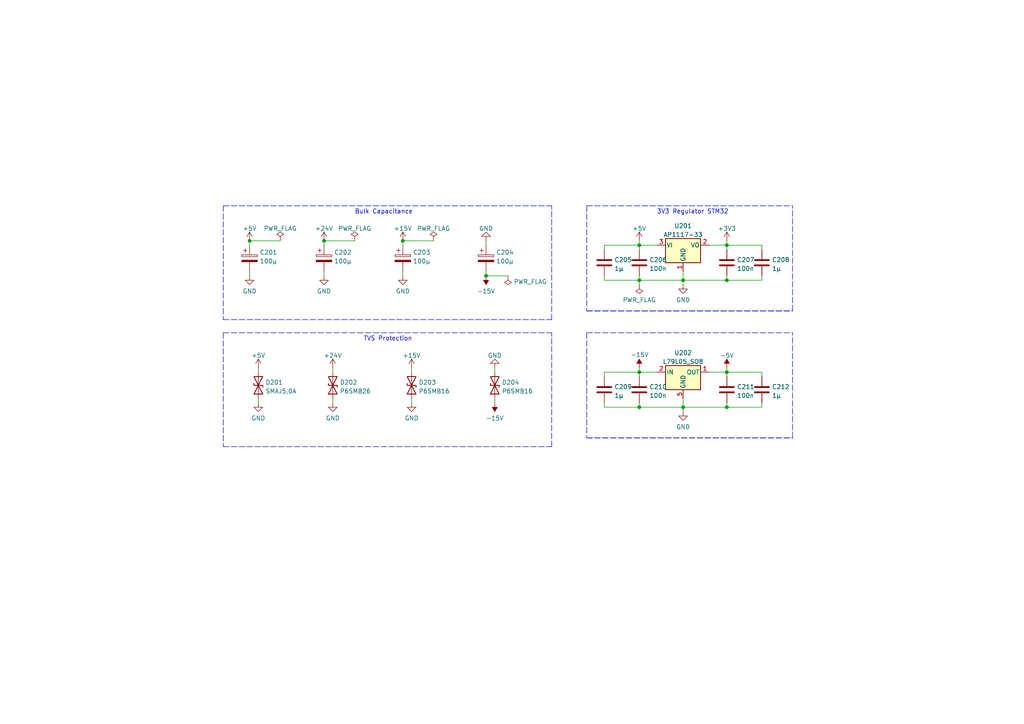
<source format=kicad_sch>
(kicad_sch (version 20211123) (generator eeschema)
  (paper "A4")
  (lib_symbols
    (symbol "Device:C" (pin_numbers hide) (pin_names (offset 0.254))
      (property "Reference" "C" (at 0.635 2.54 0))
      (property "Value" "C" (at 0.635 -2.54 0))
      (symbol "C_0_1"
        (polyline (pts (xy -2.032 -0.762) (xy 2.032 -0.762)) (stroke (width 0.508)))
        (polyline (pts (xy -2.032 0.762) (xy 2.032 0.762)) (stroke (width 0.508)))
      )
      (symbol "C_1_1"
        (pin passive line (at 0 3.81 270) (length 2.794) (name "~") (number "1"))
        (pin passive line (at 0 -3.81 90) (length 2.794) (name "~") (number "2"))
      )
    )
    (symbol "Device:C_Polarized" (pin_numbers hide) (pin_names (offset 0.254))
      (property "Reference" "C" (at 0.635 2.54 0))
      (property "Value" "C_Polarized" (at 0.635 -2.54 0))
      (symbol "C_Polarized_0_1"
        (rectangle (start -2.286 0.508) (end 2.286 1.016))
        (polyline (pts (xy -1.778 2.286) (xy -0.762 2.286)))
        (polyline (pts (xy -1.27 2.794) (xy -1.27 1.778)))
        (rectangle (start 2.286 -0.508) (end -2.286 -1.016) (fill (type outline)))
      )
      (symbol "C_Polarized_1_1"
        (pin passive line (at 0 3.81 270) (length 2.794) (name "~") (number "1"))
        (pin passive line (at 0 -3.81 90) (length 2.794) (name "~") (number "2"))
      )
    )
    (symbol "Device:D_TVS" (pin_numbers hide) (pin_names (offset 1.016) hide)
      (property "Reference" "D" (at 0 2.54 0))
      (property "Value" "D_TVS" (at 0 -2.54 0))
      (symbol "D_TVS_0_1"
        (polyline (pts (xy 1.27 0) (xy -1.27 0)))
        (polyline (pts (xy 0.508 1.27) (xy 0 1.27) (xy 0 -1.27) (xy -0.508 -1.27)) (stroke (width 0.254)))
        (polyline (pts (xy -2.54 1.27) (xy -2.54 -1.27) (xy 2.54 1.27) (xy 2.54 -1.27) (xy -2.54 1.27)) (stroke (width 0.254)))
      )
      (symbol "D_TVS_1_1"
        (pin passive line (at -3.81 0 0) (length 2.54) (name "A1") (number "1"))
        (pin passive line (at 3.81 0 180) (length 2.54) (name "A2") (number "2"))
      )
    )
    (symbol "Regulator_Linear:AP1117-33" (pin_names (offset 0.254))
      (property "Reference" "U" (at -3.81 3.175 0))
      (property "Value" "AP1117-33" (at 0 3.175 0))
      (symbol "AP1117-33_0_1"
        (rectangle (start -5.08 -5.08) (end 5.08 1.905) (stroke (width 0.254)) (fill (type background)))
      )
      (symbol "AP1117-33_1_1"
        (pin power_in line (at 0 -7.62 90) (length 2.54) (name "GND") (number "1"))
        (pin power_out line (at 7.62 0 180) (length 2.54) (name "VO") (number "2"))
        (pin power_in line (at -7.62 0 0) (length 2.54) (name "VI") (number "3"))
      )
    )
    (symbol "Regulator_Linear:L79L05_SO8" (pin_names (offset 0.254))
      (property "Reference" "U" (at -3.81 -3.175 0))
      (property "Value" "L79L05_SO8" (at 0 -3.175 0))
      (symbol "L79L05_SO8_0_1"
        (rectangle (start -5.08 5.08) (end 5.08 -1.905) (stroke (width 0.254)) (fill (type background)))
      )
      (symbol "L79L05_SO8_1_1"
        (pin power_out line (at 7.62 0 180) (length 2.54) (name "OUT") (number "1"))
        (pin power_in line (at -7.62 0 0) (length 2.54) (name "IN") (number "2"))
        (pin passive line (at -7.62 0 0) (length 2.54) hide (name "IN") (number "3"))
        (pin no_connect line (at 7.62 2.54 180) (length 2.54) hide (name "NC") (number "4"))
        (pin power_in line (at 0 7.62 270) (length 2.54) (name "GND") (number "5"))
        (pin passive line (at -7.62 0 0) (length 2.54) hide (name "IN") (number "6"))
        (pin passive line (at -7.62 0 0) (length 2.54) hide (name "IN") (number "7"))
        (pin no_connect line (at -7.62 2.54 0) (length 2.54) hide (name "NC") (number "8"))
      )
    )
    (symbol "power:+15V" (power) (pin_names (offset 0))
      (property "Value" "+15V" (at 0 3.556 0))
      (symbol "+15V_0_1"
        (polyline (pts (xy -0.762 1.27) (xy 0 2.54)))
        (polyline (pts (xy 0 0) (xy 0 2.54)))
        (polyline (pts (xy 0 2.54) (xy 0.762 1.27)))
      )
      (symbol "+15V_1_1"
        (pin power_in line (at 0 0 90) (length 0) hide (name "+15V") (number "1"))
      )
    )
    (symbol "power:+24V" (power) (pin_names (offset 0))
      (property "Value" "+24V" (at 0 3.556 0))
      (symbol "+24V_0_1"
        (polyline (pts (xy -0.762 1.27) (xy 0 2.54)))
        (polyline (pts (xy 0 0) (xy 0 2.54)))
        (polyline (pts (xy 0 2.54) (xy 0.762 1.27)))
      )
      (symbol "+24V_1_1"
        (pin power_in line (at 0 0 90) (length 0) hide (name "+24V") (number "1"))
      )
    )
    (symbol "power:+3V3" (power) (pin_names (offset 0))
      (property "Value" "+3V3" (at 0 3.556 0))
      (symbol "+3V3_0_1"
        (polyline (pts (xy -0.762 1.27) (xy 0 2.54)))
        (polyline (pts (xy 0 0) (xy 0 2.54)))
        (polyline (pts (xy 0 2.54) (xy 0.762 1.27)))
      )
      (symbol "+3V3_1_1"
        (pin power_in line (at 0 0 90) (length 0) hide (name "+3V3") (number "1"))
      )
    )
    (symbol "power:+5V" (power) (pin_names (offset 0))
      (property "Value" "+5V" (at 0 3.556 0))
      (symbol "+5V_0_1"
        (polyline (pts (xy -0.762 1.27) (xy 0 2.54)))
        (polyline (pts (xy 0 0) (xy 0 2.54)))
        (polyline (pts (xy 0 2.54) (xy 0.762 1.27)))
      )
      (symbol "+5V_1_1"
        (pin power_in line (at 0 0 90) (length 0) hide (name "+5V") (number "1"))
      )
    )
    (symbol "power:-15V" (power) (pin_names (offset 0))
      (property "Value" "-15V" (at 0 3.81 0))
      (symbol "-15V_0_0"
        (pin power_in line (at 0 0 90) (length 0) hide (name "-15V") (number "1"))
      )
      (symbol "-15V_0_1"
        (polyline (pts (xy 0 0) (xy 0 1.27) (xy 0.762 1.27) (xy 0 2.54) (xy -0.762 1.27) (xy 0 1.27)) (fill (type outline)))
      )
    )
    (symbol "power:-5V" (power) (pin_names (offset 0))
      (property "Value" "-5V" (at 0 3.81 0))
      (symbol "-5V_0_0"
        (pin power_in line (at 0 0 90) (length 0) hide (name "-5V") (number "1"))
      )
      (symbol "-5V_0_1"
        (polyline (pts (xy 0 0) (xy 0 1.27) (xy 0.762 1.27) (xy 0 2.54) (xy -0.762 1.27) (xy 0 1.27)) (fill (type outline)))
      )
    )
    (symbol "power:GND" (power) (pin_names (offset 0))
      (property "Value" "GND" (at 0 -3.81 0))
      (symbol "GND_0_1"
        (polyline (pts (xy 0 0) (xy 0 -1.27) (xy 1.27 -1.27) (xy 0 -2.54) (xy -1.27 -1.27) (xy 0 -1.27)))
      )
      (symbol "GND_1_1"
        (pin power_in line (at 0 0 270) (length 0) hide (name "GND") (number "1"))
      )
    )
    (symbol "power:PWR_FLAG" (power) (pin_numbers hide) (pin_names (offset 0) hide)
      (property "Value" "PWR_FLAG" (at 0 3.81 0))
      (symbol "PWR_FLAG_0_0"
        (pin power_out line (at 0 0 90) (length 0) (name "pwr") (number "1"))
      )
      (symbol "PWR_FLAG_0_1"
        (polyline (pts (xy 0 0) (xy 0 1.27) (xy -1.016 1.905) (xy 0 2.54) (xy 1.016 1.905) (xy 0 1.27)))
      )
    )
  )
  (junction (at 116.84 69.85))
  (junction (at 72.39 69.85))
  (junction (at 140.97 80.01))
  (junction (at 198.12 81.28))
  (junction (at 210.82 71.12))
  (junction (at 185.42 107.95))
  (junction (at 185.42 71.12))
  (junction (at 210.82 81.28))
  (junction (at 185.42 81.28))
  (junction (at 210.82 118.11))
  (junction (at 198.12 118.11))
  (junction (at 210.82 107.95))
  (junction (at 185.42 118.11))
  (junction (at 93.98 69.85))
  (wire (pts (xy 116.84 69.85) (xy 125.73 69.85)))
  (wire (pts (xy 185.42 106.68) (xy 185.42 107.95)))
  (wire (pts (xy 220.98 118.11) (xy 220.98 116.84)))
  (wire (pts (xy 185.42 81.28) (xy 198.12 81.28)))
  (polyline (pts (xy 170.18 90.17) (xy 229.87 90.17)))
  (wire (pts (xy 220.98 72.39) (xy 220.98 71.12)))
  (wire (pts (xy 220.98 71.12) (xy 210.82 71.12)))
  (wire (pts (xy 119.38 106.68) (xy 119.38 107.95)))
  (wire (pts (xy 210.82 118.11) (xy 220.98 118.11)))
  (wire (pts (xy 96.52 115.57) (xy 96.52 116.84)))
  (wire (pts (xy 210.82 81.28) (xy 220.98 81.28)))
  (wire (pts (xy 220.98 109.22) (xy 220.98 107.95)))
  (wire (pts (xy 93.98 69.85) (xy 102.87 69.85)))
  (wire (pts (xy 175.26 71.12) (xy 175.26 72.39)))
  (wire (pts (xy 185.42 107.95) (xy 175.26 107.95)))
  (wire (pts (xy 72.39 78.74) (xy 72.39 80.01)))
  (wire (pts (xy 185.42 80.01) (xy 185.42 81.28)))
  (polyline (pts (xy 170.18 127) (xy 229.87 127)))
  (wire (pts (xy 74.93 106.68) (xy 74.93 107.95)))
  (polyline (pts (xy 170.18 59.69) (xy 229.87 59.69)))
  (polyline (pts (xy 229.87 127) (xy 229.87 96.52)))
  (wire (pts (xy 190.5 71.12) (xy 185.42 71.12)))
  (wire (pts (xy 220.98 81.28) (xy 220.98 80.01)))
  (polyline (pts (xy 170.18 127) (xy 229.87 127)))
  (wire (pts (xy 185.42 71.12) (xy 185.42 72.39)))
  (polyline (pts (xy 64.77 59.69) (xy 160.02 59.69)))
  (wire (pts (xy 175.26 116.84) (xy 175.26 118.11)))
  (polyline (pts (xy 64.77 129.54) (xy 160.02 129.54)))
  (wire (pts (xy 205.74 71.12) (xy 210.82 71.12)))
  (wire (pts (xy 175.26 118.11) (xy 185.42 118.11)))
  (wire (pts (xy 93.98 78.74) (xy 93.98 80.01)))
  (polyline (pts (xy 229.87 90.17) (xy 229.87 59.69)))
  (polyline (pts (xy 64.77 92.71) (xy 160.02 92.71)))
  (wire (pts (xy 140.97 69.85) (xy 140.97 71.12)))
  (wire (pts (xy 185.42 69.85) (xy 185.42 71.12)))
  (wire (pts (xy 220.98 107.95) (xy 210.82 107.95)))
  (wire (pts (xy 185.42 118.11) (xy 198.12 118.11)))
  (wire (pts (xy 205.74 107.95) (xy 210.82 107.95)))
  (polyline (pts (xy 160.02 92.71) (xy 160.02 59.69)))
  (wire (pts (xy 198.12 78.74) (xy 198.12 81.28)))
  (polyline (pts (xy 170.18 59.69) (xy 170.18 90.17)))
  (wire (pts (xy 198.12 81.28) (xy 210.82 81.28)))
  (polyline (pts (xy 64.77 59.69) (xy 64.77 92.71)))
  (wire (pts (xy 198.12 81.28) (xy 198.12 82.55)))
  (polyline (pts (xy 64.77 96.52) (xy 160.02 96.52)))
  (wire (pts (xy 140.97 80.01) (xy 147.32 80.01)))
  (wire (pts (xy 175.26 107.95) (xy 175.26 109.22)))
  (wire (pts (xy 116.84 69.85) (xy 116.84 71.12)))
  (wire (pts (xy 210.82 71.12) (xy 210.82 72.39)))
  (wire (pts (xy 210.82 107.95) (xy 210.82 109.22)))
  (wire (pts (xy 198.12 118.11) (xy 210.82 118.11)))
  (wire (pts (xy 119.38 115.57) (xy 119.38 116.84)))
  (wire (pts (xy 185.42 116.84) (xy 185.42 118.11)))
  (wire (pts (xy 198.12 115.57) (xy 198.12 118.11)))
  (wire (pts (xy 72.39 69.85) (xy 72.39 71.12)))
  (wire (pts (xy 210.82 71.12) (xy 210.82 69.85)))
  (polyline (pts (xy 170.18 96.52) (xy 229.87 96.52)))
  (wire (pts (xy 175.26 80.01) (xy 175.26 81.28)))
  (wire (pts (xy 198.12 118.11) (xy 198.12 119.38)))
  (wire (pts (xy 185.42 71.12) (xy 175.26 71.12)))
  (wire (pts (xy 190.5 107.95) (xy 185.42 107.95)))
  (wire (pts (xy 185.42 81.28) (xy 185.42 82.55)))
  (wire (pts (xy 96.52 106.68) (xy 96.52 107.95)))
  (wire (pts (xy 143.51 106.68) (xy 143.51 107.95)))
  (wire (pts (xy 210.82 107.95) (xy 210.82 106.68)))
  (polyline (pts (xy 170.18 96.52) (xy 170.18 127)))
  (polyline (pts (xy 160.02 129.54) (xy 160.02 96.52)))
  (wire (pts (xy 72.39 69.85) (xy 81.28 69.85)))
  (wire (pts (xy 210.82 80.01) (xy 210.82 81.28)))
  (wire (pts (xy 140.97 78.74) (xy 140.97 80.01)))
  (wire (pts (xy 185.42 107.95) (xy 185.42 109.22)))
  (wire (pts (xy 93.98 69.85) (xy 93.98 71.12)))
  (wire (pts (xy 116.84 78.74) (xy 116.84 80.01)))
  (polyline (pts (xy 64.77 96.52) (xy 64.77 129.54)))
  (wire (pts (xy 210.82 116.84) (xy 210.82 118.11)))
  (wire (pts (xy 143.51 115.57) (xy 143.51 116.84)))
  (wire (pts (xy 74.93 115.57) (xy 74.93 116.84)))
  (wire (pts (xy 175.26 81.28) (xy 185.42 81.28)))
  (polyline (pts (xy 170.18 90.17) (xy 229.87 90.17)))
  (text "TVS Protection\n" (at 105.41 99.06 0) (effects (font (size 1.27 1.27)) (justify left bottom)))
  (text "Bulk Capacitance" (at 102.87 62.23 0) (effects (font (size 1.27 1.27)) (justify left bottom)))
  (text "3V3 Regulator STM32" (at 190.5 62.23 0) (effects (font (size 1.27 1.27)) (justify left bottom)))
  (symbol (lib_id "power:+15V") (at 119.38 106.68 0) (unit 1)
    (property "Reference" "#PWR0214" (effects hide))
    (property "Value" "+15V" (at 119.38 103.1042 0))
  )
  (symbol (lib_id "power:GND") (at 72.39 80.01 0) (unit 1)
    (property "Reference" "#PWR0207" (effects hide))
    (property "Value" "GND" (at 72.39 84.4534 0))
  )
  (symbol (lib_id "Device:D_TVS") (at 96.52 111.76 90) (unit 1)
    (property "Reference" "D202" (at 98.552 110.9253 90) (effects (justify right)))
    (property "Value" "P6SMB26" (at 98.552 113.4622 90) (effects (justify right)))
    (property "Footprint" "Diode_SMD:D_SMA" (effects hide))
  )
  (symbol (lib_id "power:GND") (at 140.97 69.85 180) (unit 1)
    (property "Reference" "#PWR0204" (effects hide))
    (property "Value" "GND" (at 140.97 66.2742 0))
  )
  (symbol (lib_id "power:PWR_FLAG") (at 102.87 69.85 0) (unit 1)
    (property "Reference" "#FLG0202" (effects hide))
    (property "Value" "PWR_FLAG" (at 102.87 66.2742 0))
  )
  (symbol (lib_id "power:PWR_FLAG") (at 147.32 80.01 180) (unit 1)
    (property "Reference" "#FLG0204" (effects hide))
    (property "Value" "PWR_FLAG" (at 148.971 81.7138 0) (effects (justify right)))
  )
  (symbol (lib_id "power:GND") (at 198.12 119.38 0) (unit 1)
    (property "Reference" "#PWR0222" (effects hide))
    (property "Value" "GND" (at 198.12 123.8234 0))
  )
  (symbol (lib_id "power:+5V") (at 74.93 106.68 0) (unit 1)
    (property "Reference" "#PWR0212" (effects hide))
    (property "Value" "+5V" (at 74.93 103.1042 0))
  )
  (symbol (lib_id "Device:C") (at 220.98 113.03 0) (unit 1)
    (property "Reference" "C212" (at 223.901 112.1953 0) (effects (justify left)))
    (property "Value" "1µ" (at 223.901 114.7322 0) (effects (justify left)))
    (property "Footprint" "Capacitor_SMD:C_0805_2012Metric" (effects hide))
  )
  (symbol (lib_id "power:GND") (at 96.52 116.84 0) (unit 1)
    (property "Reference" "#PWR0219" (effects hide))
    (property "Value" "GND" (at 96.52 121.2834 0))
  )
  (symbol (lib_id "Device:D_TVS") (at 119.38 111.76 90) (unit 1)
    (property "Reference" "D203" (at 121.412 110.9253 90) (effects (justify right)))
    (property "Value" "P6SMB16" (at 121.412 113.4622 90) (effects (justify right)))
    (property "Footprint" "Diode_SMD:D_SMA" (effects hide))
  )
  (symbol (lib_id "power:GND") (at 116.84 80.01 0) (unit 1)
    (property "Reference" "#PWR0209" (effects hide))
    (property "Value" "GND" (at 116.84 84.4534 0))
  )
  (symbol (lib_id "power:-15V") (at 143.51 116.84 180) (unit 1)
    (property "Reference" "#PWR0221" (effects hide))
    (property "Value" "-15V" (at 143.51 121.2834 0))
  )
  (symbol (lib_id "Device:C") (at 210.82 113.03 0) (unit 1)
    (property "Reference" "C211" (at 213.741 112.1953 0) (effects (justify left)))
    (property "Value" "100n" (at 213.741 114.7322 0) (effects (justify left)))
    (property "Footprint" "Capacitor_SMD:C_0805_2012Metric" (effects hide))
  )
  (symbol (lib_id "Device:C") (at 185.42 113.03 0) (unit 1)
    (property "Reference" "C210" (at 188.341 112.1953 0) (effects (justify left)))
    (property "Value" "100n" (at 188.341 114.7322 0) (effects (justify left)))
    (property "Footprint" "Capacitor_SMD:C_0805_2012Metric" (effects hide))
  )
  (symbol (lib_id "power:GND") (at 198.12 82.55 0) (unit 1)
    (property "Reference" "#PWR0211" (effects hide))
    (property "Value" "GND" (at 198.12 86.9934 0))
  )
  (symbol (lib_id "power:PWR_FLAG") (at 81.28 69.85 0) (unit 1)
    (property "Reference" "#FLG0201" (effects hide))
    (property "Value" "PWR_FLAG" (at 81.28 66.2742 0))
  )
  (symbol (lib_id "Regulator_Linear:AP1117-33") (at 198.12 71.12 0) (unit 1)
    (property "Reference" "U201" (at 198.12 65.5152 0))
    (property "Value" "AP1117-33" (at 198.12 68.0521 0))
    (property "Footprint" "Package_TO_SOT_SMD:SOT-223-3_TabPin2" (effects hide))
    (property "Datasheet" "http://www.diodes.com/datasheets/AP1117.pdf" (effects hide))
  )
  (symbol (lib_id "power:+5V") (at 185.42 69.85 0) (unit 1)
    (property "Reference" "#PWR0205" (effects hide))
    (property "Value" "+5V" (at 185.42 66.2742 0))
  )
  (symbol (lib_id "Device:C_Polarized") (at 72.39 74.93 0) (unit 1)
    (property "Reference" "C201" (at 75.311 73.2063 0) (effects (justify left)))
    (property "Value" "100µ" (at 75.311 75.7432 0) (effects (justify left)))
    (property "Footprint" "Capacitor_THT:CP_Radial_D8.0mm_P5.00mm" (effects hide))
  )
  (symbol (lib_id "power:+3V3") (at 210.82 69.85 0) (unit 1)
    (property "Reference" "#PWR0206" (effects hide))
    (property "Value" "+3V3" (at 210.82 66.2742 0))
  )
  (symbol (lib_id "power:GND") (at 143.51 106.68 180) (unit 1)
    (property "Reference" "#PWR0215" (effects hide))
    (property "Value" "GND" (at 143.51 103.1042 0))
  )
  (symbol (lib_id "power:-15V") (at 185.42 106.68 0) (unit 1)
    (property "Reference" "#PWR0216" (effects hide))
    (property "Value" "-15V" (at 182.88 102.87 0) (effects (justify left)))
  )
  (symbol (lib_id "Device:C") (at 175.26 76.2 0) (unit 1)
    (property "Reference" "C205" (at 178.181 75.3653 0) (effects (justify left)))
    (property "Value" "1µ" (at 178.181 77.9022 0) (effects (justify left)))
    (property "Footprint" "Capacitor_SMD:C_0805_2012Metric" (effects hide))
  )
  (symbol (lib_id "Device:C") (at 210.82 76.2 0) (unit 1)
    (property "Reference" "C207" (at 213.741 75.3653 0) (effects (justify left)))
    (property "Value" "100n" (at 213.741 77.9022 0) (effects (justify left)))
    (property "Footprint" "Capacitor_SMD:C_0805_2012Metric" (effects hide))
  )
  (symbol (lib_id "power:GND") (at 74.93 116.84 0) (unit 1)
    (property "Reference" "#PWR0218" (effects hide))
    (property "Value" "GND" (at 74.93 121.2834 0))
  )
  (symbol (lib_id "power:GND") (at 119.38 116.84 0) (unit 1)
    (property "Reference" "#PWR0220" (effects hide))
    (property "Value" "GND" (at 119.38 121.2834 0))
  )
  (symbol (lib_id "power:+24V") (at 93.98 69.85 0) (unit 1)
    (property "Reference" "#PWR0202" (effects hide))
    (property "Value" "+24V" (at 93.98 66.2742 0))
  )
  (symbol (lib_id "power:-5V") (at 210.82 106.68 0) (unit 1)
    (property "Reference" "#PWR0217" (effects hide))
    (property "Value" "-5V" (at 210.82 103.1042 0))
  )
  (symbol (lib_id "power:+5V") (at 72.39 69.85 0) (unit 1)
    (property "Reference" "#PWR0201" (effects hide))
    (property "Value" "+5V" (at 72.39 66.2742 0))
  )
  (symbol (lib_id "power:PWR_FLAG") (at 125.73 69.85 0) (unit 1)
    (property "Reference" "#FLG0203" (effects hide))
    (property "Value" "PWR_FLAG" (at 125.73 66.2742 0))
  )
  (symbol (lib_id "Device:D_TVS") (at 143.51 111.76 90) (unit 1)
    (property "Reference" "D204" (at 145.542 110.9253 90) (effects (justify right)))
    (property "Value" "P6SMB16" (at 145.542 113.4622 90) (effects (justify right)))
    (property "Footprint" "Diode_SMD:D_SMA" (effects hide))
  )
  (symbol (lib_id "power:GND") (at 93.98 80.01 0) (unit 1)
    (property "Reference" "#PWR0208" (effects hide))
    (property "Value" "GND" (at 93.98 84.4534 0))
  )
  (symbol (lib_id "Device:C") (at 185.42 76.2 0) (unit 1)
    (property "Reference" "C206" (at 188.341 75.3653 0) (effects (justify left)))
    (property "Value" "100n" (at 188.341 77.9022 0) (effects (justify left)))
    (property "Footprint" "Capacitor_SMD:C_0805_2012Metric" (effects hide))
  )
  (symbol (lib_id "Device:C_Polarized") (at 116.84 74.93 0) (unit 1)
    (property "Reference" "C203" (at 119.761 73.2063 0) (effects (justify left)))
    (property "Value" "100µ" (at 119.761 75.7432 0) (effects (justify left)))
    (property "Footprint" "Capacitor_THT:CP_Radial_D8.0mm_P5.00mm" (effects hide))
  )
  (symbol (lib_id "Device:C") (at 175.26 113.03 0) (unit 1)
    (property "Reference" "C209" (at 178.181 112.1953 0) (effects (justify left)))
    (property "Value" "1µ" (at 178.181 114.7322 0) (effects (justify left)))
    (property "Footprint" "Capacitor_SMD:C_0805_2012Metric" (effects hide))
  )
  (symbol (lib_id "power:PWR_FLAG") (at 185.42 82.55 180) (unit 1)
    (property "Reference" "#FLG0205" (effects hide))
    (property "Value" "PWR_FLAG" (at 185.42 86.9934 0))
  )
  (symbol (lib_id "Device:C_Polarized") (at 93.98 74.93 0) (unit 1)
    (property "Reference" "C202" (at 96.901 73.2063 0) (effects (justify left)))
    (property "Value" "100µ" (at 96.901 75.7432 0) (effects (justify left)))
    (property "Footprint" "Capacitor_THT:CP_Radial_D8.0mm_P5.00mm" (effects hide))
  )
  (symbol (lib_id "Device:C") (at 220.98 76.2 0) (unit 1)
    (property "Reference" "C208" (at 223.901 75.3653 0) (effects (justify left)))
    (property "Value" "1µ" (at 223.901 77.9022 0) (effects (justify left)))
    (property "Footprint" "Capacitor_SMD:C_0805_2012Metric" (effects hide))
  )
  (symbol (lib_id "power:+15V") (at 116.84 69.85 0) (unit 1)
    (property "Reference" "#PWR0203" (effects hide))
    (property "Value" "+15V" (at 116.84 66.2742 0))
  )
  (symbol (lib_id "Device:D_TVS") (at 74.93 111.76 90) (unit 1)
    (property "Reference" "D201" (at 76.962 110.9253 90) (effects (justify right)))
    (property "Value" "SMAJ5,0A" (at 76.962 113.4622 90) (effects (justify right)))
    (property "Footprint" "Diode_SMD:D_SMA" (effects hide))
  )
  (symbol (lib_id "power:+24V") (at 96.52 106.68 0) (unit 1)
    (property "Reference" "#PWR0213" (effects hide))
    (property "Value" "+24V" (at 96.52 103.1042 0))
  )
  (symbol (lib_id "Regulator_Linear:L79L05_SO8") (at 198.12 107.95 0) (mirror x) (unit 1)
    (property "Reference" "U202" (at 198.12 102.3452 0))
    (property "Value" "L79L05_SO8" (at 198.12 104.8821 0))
    (property "Footprint" "Package_SO:SOIC-8_3.9x4.9mm_P1.27mm" (effects hide))
    (property "Datasheet" "http://www.farnell.com/datasheets/1827870.pdf" (effects hide))
  )
  (symbol (lib_id "power:-15V") (at 140.97 80.01 180) (unit 1)
    (property "Reference" "#PWR0210" (effects hide))
    (property "Value" "-15V" (at 140.97 84.4534 0))
  )
  (symbol (lib_id "Device:C_Polarized") (at 140.97 74.93 0) (unit 1)
    (property "Reference" "C204" (at 143.891 73.2063 0) (effects (justify left)))
    (property "Value" "100µ" (at 143.891 75.7432 0) (effects (justify left)))
    (property "Footprint" "Capacitor_THT:CP_Radial_D8.0mm_P5.00mm" (effects hide))
  )
)
</source>
